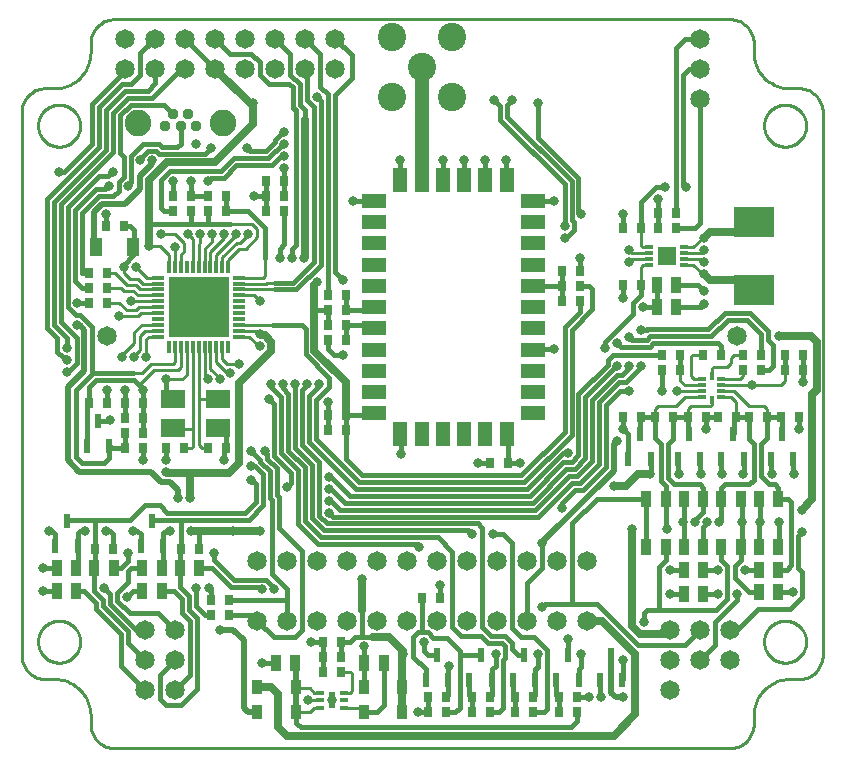
<source format=gbr>
G04 EAGLE Gerber RS-274X export*
G75*
%MOMM*%
%FSLAX34Y34*%
%LPD*%
%INTop Copper*%
%IPPOS*%
%AMOC8*
5,1,8,0,0,1.08239X$1,22.5*%
G01*
%ADD10C,2.400000*%
%ADD11R,0.762000X0.889000*%
%ADD12R,0.970000X1.470000*%
%ADD13C,1.650000*%
%ADD14C,0.958000*%
%ADD15C,2.250000*%
%ADD16R,0.910000X1.220000*%
%ADD17R,0.600000X1.300000*%
%ADD18R,0.600000X1.400000*%
%ADD19R,0.750000X0.300000*%
%ADD20R,0.300000X0.800000*%
%ADD21R,2.000000X1.200000*%
%ADD22R,1.200000X2.000000*%
%ADD23R,2.000000X1.500000*%
%ADD24R,1.000000X0.300000*%
%ADD25R,0.300000X1.000000*%
%ADD26R,5.100000X5.100000*%
%ADD27R,3.400000X2.600000*%
%ADD28R,1.500000X1.500000*%
%ADD29R,0.800000X0.300000*%
%ADD30R,1.100000X1.600000*%
%ADD31C,0.806400*%
%ADD32C,0.381000*%
%ADD33C,0.292100*%
%ADD34C,0.635000*%
%ADD35C,1.143000*%
%ADD36C,0.508000*%
%ADD37C,0.254000*%


D10*
X339090Y576580D03*
X364490Y601980D03*
X364490Y551180D03*
X313690Y551180D03*
X313690Y601980D03*
D11*
X87630Y292100D03*
X102870Y292100D03*
X259080Y269240D03*
X274320Y269240D03*
X472440Y403860D03*
X457200Y403860D03*
X222250Y480060D03*
X207010Y480060D03*
D12*
X215220Y72390D03*
X231820Y72390D03*
X290150Y72390D03*
X306750Y72390D03*
D11*
X255270Y77470D03*
X270510Y77470D03*
X255270Y90170D03*
X270510Y90170D03*
X255270Y64770D03*
X270510Y64770D03*
X661670Y320040D03*
X646430Y320040D03*
X87630Y279400D03*
X102870Y279400D03*
X509270Y280670D03*
X524510Y280670D03*
X535940Y280670D03*
X551180Y280670D03*
X563880Y280670D03*
X579120Y280670D03*
X121920Y254000D03*
X137160Y254000D03*
X172720Y254000D03*
X157480Y254000D03*
X143510Y467360D03*
X128270Y467360D03*
X57150Y377190D03*
X72390Y377190D03*
X72390Y292100D03*
X57150Y292100D03*
X102870Y254000D03*
X87630Y254000D03*
X259080Y281940D03*
X274320Y281940D03*
D13*
X113030Y600710D03*
X87630Y575310D03*
X87630Y600710D03*
X138430Y575310D03*
X138430Y600710D03*
X113030Y575310D03*
X189230Y575310D03*
X163830Y575310D03*
X265430Y600710D03*
X265430Y575310D03*
X240030Y575310D03*
X214630Y575310D03*
X240030Y600710D03*
X214630Y600710D03*
X189230Y600710D03*
X163830Y600710D03*
D14*
X134620Y527050D03*
X121620Y527050D03*
X128120Y537050D03*
X141120Y537050D03*
X147620Y527050D03*
D15*
X98870Y529250D03*
X170370Y529250D03*
D16*
X232250Y30480D03*
X199550Y30480D03*
X232250Y52070D03*
X199550Y52070D03*
X322420Y30480D03*
X289720Y30480D03*
X322420Y52070D03*
X289720Y52070D03*
D17*
X55270Y256200D03*
X74270Y256200D03*
X64770Y277200D03*
D18*
X262890Y40640D03*
D19*
X252640Y47140D03*
X252640Y40640D03*
X252640Y34140D03*
X273140Y34140D03*
X273140Y40640D03*
X273140Y47140D03*
X576450Y312300D03*
X576450Y307300D03*
X576450Y302300D03*
X576450Y297300D03*
X591950Y297300D03*
X591950Y302300D03*
X591950Y307300D03*
X591950Y312300D03*
D20*
X584200Y294800D03*
X584200Y314800D03*
D21*
X298260Y463380D03*
X298260Y445380D03*
X298260Y427380D03*
X298260Y409380D03*
X298260Y391380D03*
X298260Y373380D03*
X298260Y355380D03*
X298260Y337380D03*
X298260Y319380D03*
X298260Y301380D03*
X298260Y283380D03*
D22*
X320760Y265880D03*
X338760Y265880D03*
X356760Y265880D03*
X374760Y265880D03*
X392760Y265880D03*
X410760Y265880D03*
D21*
X433260Y283380D03*
X433260Y301380D03*
X433260Y319380D03*
X433260Y337380D03*
X433260Y355380D03*
X433260Y373380D03*
X433260Y391380D03*
X433260Y409380D03*
X433260Y427380D03*
X433260Y445380D03*
X433260Y463380D03*
D22*
X410760Y480880D03*
X392760Y480880D03*
X374760Y480880D03*
X356760Y480880D03*
X338760Y480880D03*
X320760Y480880D03*
D17*
X489610Y58080D03*
X508610Y58080D03*
X499110Y79080D03*
X452780Y58080D03*
X471780Y58080D03*
X462280Y79080D03*
X415950Y58080D03*
X434950Y58080D03*
X425450Y79080D03*
X379120Y58080D03*
X398120Y58080D03*
X388620Y79080D03*
D11*
X172720Y454660D03*
X157480Y454660D03*
X457200Y378460D03*
X472440Y378460D03*
X457200Y391160D03*
X472440Y391160D03*
X469900Y43180D03*
X454660Y43180D03*
X469900Y30480D03*
X454660Y30480D03*
X433070Y30480D03*
X417830Y30480D03*
X433070Y43180D03*
X417830Y43180D03*
X222250Y454660D03*
X207010Y454660D03*
X222250Y467360D03*
X207010Y467360D03*
X57150Y402590D03*
X72390Y402590D03*
X57150Y389890D03*
X72390Y389890D03*
X157480Y467360D03*
X172720Y467360D03*
X557530Y320040D03*
X542290Y320040D03*
X542290Y332740D03*
X557530Y332740D03*
X591820Y332740D03*
X576580Y332740D03*
X610870Y332740D03*
X626110Y332740D03*
X610870Y320040D03*
X626110Y320040D03*
X128270Y454660D03*
X143510Y454660D03*
X102870Y266700D03*
X87630Y266700D03*
X396240Y30480D03*
X381000Y30480D03*
X381000Y43180D03*
X396240Y43180D03*
X259080Y345440D03*
X274320Y345440D03*
X274320Y358140D03*
X259080Y358140D03*
X259080Y383540D03*
X274320Y383540D03*
X274320Y370840D03*
X259080Y370840D03*
X411480Y241300D03*
X396240Y241300D03*
D23*
X128320Y270710D03*
X166320Y270710D03*
X166320Y295710D03*
X128320Y295710D03*
D24*
X115860Y398380D03*
X115860Y393380D03*
X115860Y388380D03*
X115860Y383380D03*
X115860Y378380D03*
X115860Y373380D03*
X115860Y368380D03*
X115860Y363380D03*
X115860Y358380D03*
X115860Y353380D03*
X115860Y348380D03*
D25*
X124860Y339380D03*
X129860Y339380D03*
X134860Y339380D03*
X139860Y339380D03*
X144860Y339380D03*
X149860Y339380D03*
X154860Y339380D03*
X159860Y339380D03*
X164860Y339380D03*
X169860Y339380D03*
X174860Y339380D03*
D24*
X183860Y348380D03*
X183860Y353380D03*
X183860Y358380D03*
X183860Y363380D03*
X183860Y368380D03*
X183860Y373380D03*
X183860Y378380D03*
X183860Y383380D03*
X183860Y388380D03*
X183860Y393380D03*
X183860Y398380D03*
D25*
X174860Y407380D03*
X169860Y407380D03*
X164860Y407380D03*
X159860Y407380D03*
X154860Y407380D03*
X149860Y407380D03*
X144860Y407380D03*
X139860Y407380D03*
X134860Y407380D03*
X129860Y407380D03*
X124860Y407380D03*
D26*
X149860Y373380D03*
D17*
X342290Y58080D03*
X361290Y58080D03*
X351790Y79080D03*
D11*
X344170Y30480D03*
X359410Y30480D03*
X344170Y43180D03*
X359410Y43180D03*
X71120Y441960D03*
X86360Y441960D03*
D17*
X513740Y244770D03*
X532740Y244770D03*
X523240Y265770D03*
X555650Y244770D03*
X574650Y244770D03*
X565150Y265770D03*
X592480Y244770D03*
X611480Y244770D03*
X601980Y265770D03*
X634390Y244770D03*
X653390Y244770D03*
X643890Y265770D03*
D11*
X631190Y280670D03*
X615950Y280670D03*
D12*
X528910Y210820D03*
X545510Y210820D03*
X560660Y210820D03*
X577260Y210820D03*
X609010Y210820D03*
X592410Y210820D03*
X624160Y210820D03*
X640760Y210820D03*
D11*
X589280Y280670D03*
X604520Y280670D03*
X657860Y280670D03*
X642620Y280670D03*
X646430Y332740D03*
X661670Y332740D03*
D27*
X619760Y445560D03*
X619760Y387560D03*
D28*
X546100Y416560D03*
D29*
X531100Y424060D03*
X531100Y419060D03*
X531100Y414060D03*
X531100Y409060D03*
X561100Y409060D03*
X561100Y414060D03*
X561100Y419060D03*
X561100Y424060D03*
D12*
X537800Y373380D03*
X554400Y373380D03*
X537800Y392430D03*
X554400Y392430D03*
D11*
X509270Y440690D03*
X524510Y440690D03*
X509270Y392430D03*
X524510Y392430D03*
X538480Y440690D03*
X553720Y440690D03*
X538480Y453390D03*
X553720Y453390D03*
D13*
X574040Y600710D03*
X574040Y549910D03*
X574040Y575310D03*
D11*
X339090Y127000D03*
X354330Y127000D03*
D13*
X605790Y349250D03*
X72390Y349250D03*
D30*
X63240Y424180D03*
X94240Y424180D03*
D12*
X640760Y132080D03*
X624160Y132080D03*
D13*
X599440Y100330D03*
X599440Y74930D03*
D12*
X577260Y130810D03*
X560660Y130810D03*
D13*
X574040Y100330D03*
X574040Y74930D03*
D12*
X560660Y151130D03*
X577260Y151130D03*
X640760Y151130D03*
X624160Y151130D03*
X545510Y170180D03*
X528910Y170180D03*
X577260Y170180D03*
X560660Y170180D03*
X592410Y170180D03*
X609010Y170180D03*
X640760Y170180D03*
X624160Y170180D03*
D13*
X548640Y49530D03*
X548640Y100330D03*
X548640Y74930D03*
X478790Y107950D03*
X453390Y107950D03*
X427990Y107950D03*
X402590Y107950D03*
X377190Y107950D03*
X351790Y107950D03*
X478790Y158750D03*
X453390Y158750D03*
X427990Y158750D03*
X402590Y158750D03*
X377190Y158750D03*
X351790Y158750D03*
X326390Y107950D03*
X300990Y107950D03*
X275590Y107950D03*
X250190Y107950D03*
X224790Y107950D03*
X199390Y107950D03*
X326390Y158750D03*
X300990Y158750D03*
X275590Y158750D03*
X250190Y158750D03*
X224790Y158750D03*
X199390Y158750D03*
D12*
X150540Y152400D03*
X133940Y152400D03*
X118790Y152400D03*
X102190Y152400D03*
D17*
X100990Y171110D03*
X119990Y171110D03*
X110490Y192110D03*
D12*
X102190Y133350D03*
X118790Y133350D03*
D13*
X129540Y49530D03*
X129540Y100330D03*
X129540Y74930D03*
D12*
X78150Y152400D03*
X61550Y152400D03*
X29800Y133350D03*
X46400Y133350D03*
X46400Y152400D03*
X29800Y152400D03*
D17*
X28600Y171110D03*
X47600Y171110D03*
X38100Y192110D03*
D13*
X104140Y49530D03*
X104140Y100330D03*
X104140Y74930D03*
D11*
X149860Y168910D03*
X134620Y168910D03*
X77470Y168910D03*
X62230Y168910D03*
X160020Y125730D03*
X175260Y125730D03*
X160020Y113030D03*
X175260Y113030D03*
D31*
X121920Y312420D03*
X87630Y303530D03*
X121920Y243840D03*
X171450Y243840D03*
D32*
X121920Y243840D02*
X121920Y254000D01*
X171450Y252730D02*
X172720Y254000D01*
X171450Y252730D02*
X171450Y243840D01*
D31*
X102870Y243840D03*
D32*
X102870Y254000D01*
D31*
X72390Y303530D03*
D32*
X72390Y292100D01*
D31*
X74930Y278130D03*
D32*
X74000Y277200D02*
X64770Y277200D01*
X74000Y277200D02*
X74930Y278130D01*
X87630Y292100D02*
X87630Y303530D01*
X87630Y292100D02*
X87630Y279400D01*
D31*
X129540Y424180D03*
D33*
X129860Y423860D02*
X129860Y407380D01*
X129860Y423860D02*
X129540Y424180D01*
D31*
X191770Y435610D03*
D33*
X169860Y414970D02*
X169860Y407380D01*
D31*
X92710Y378460D03*
D33*
X92790Y378380D02*
X115860Y378380D01*
X92790Y378380D02*
X92710Y378460D01*
X139860Y339380D02*
X139860Y316390D01*
X135840Y312370D01*
D31*
X201930Y340360D03*
X280670Y463550D03*
X320040Y497840D03*
X356870Y497840D03*
X374650Y497840D03*
X392430Y497840D03*
X410210Y497840D03*
X450850Y463550D03*
X450850Y337820D03*
X321310Y248920D03*
D32*
X320760Y480880D02*
X320040Y481600D01*
X320040Y497840D01*
X298090Y463550D02*
X298260Y463380D01*
X298090Y463550D02*
X280670Y463550D01*
X356760Y480880D02*
X356760Y497730D01*
X356870Y497840D01*
X374760Y497730D02*
X374760Y480880D01*
X374760Y497730D02*
X374650Y497840D01*
X392430Y481210D02*
X392760Y480880D01*
X392430Y481210D02*
X392430Y497840D01*
X410210Y481430D02*
X410760Y480880D01*
X410210Y481430D02*
X410210Y497840D01*
X433430Y463550D02*
X433260Y463380D01*
X433430Y463550D02*
X450850Y463550D01*
X433700Y337820D02*
X433260Y337380D01*
X433700Y337820D02*
X450850Y337820D01*
X321310Y265330D02*
X320760Y265880D01*
X321310Y265330D02*
X321310Y248920D01*
D31*
X259080Y293370D03*
D32*
X259080Y281940D02*
X259080Y269240D01*
X259080Y281940D02*
X259080Y293370D01*
D31*
X46990Y377190D03*
D32*
X57150Y377190D01*
D31*
X386080Y241300D03*
D32*
X396240Y241300D01*
D31*
X203200Y72390D03*
D32*
X215220Y72390D01*
D31*
X71120Y452120D03*
D32*
X71120Y441960D01*
X255270Y90170D02*
X255270Y77470D01*
X255270Y64770D01*
X289720Y71960D02*
X289720Y52070D01*
X289720Y71960D02*
X290150Y72390D01*
D31*
X242570Y40640D03*
D33*
X252640Y40640D01*
D32*
X222250Y467360D02*
X222250Y480060D01*
D31*
X480060Y43180D03*
D32*
X469900Y43180D01*
D31*
X490220Y43180D03*
D32*
X489610Y43790D02*
X489610Y58080D01*
X489610Y43790D02*
X490220Y43180D01*
D31*
X245110Y90170D03*
D32*
X255270Y90170D01*
X157480Y467360D02*
X143510Y467360D01*
D31*
X472440Y415290D03*
D32*
X472440Y403860D01*
X579120Y280670D02*
X589280Y280670D01*
D31*
X556260Y232410D03*
X593090Y232410D03*
X635000Y232410D03*
D32*
X555650Y233020D02*
X555650Y244770D01*
X555650Y233020D02*
X556260Y232410D01*
X592480Y233020D02*
X592480Y244770D01*
X592480Y233020D02*
X593090Y232410D01*
X634390Y233020D02*
X634390Y244770D01*
X634390Y233020D02*
X635000Y232410D01*
X661670Y320040D02*
X661670Y332740D01*
D31*
X661670Y309880D03*
D32*
X661670Y320040D01*
D31*
X509270Y270510D03*
X657860Y270510D03*
D32*
X509270Y270510D02*
X509270Y280670D01*
X657860Y280670D02*
X657860Y270510D01*
D31*
X579120Y270510D03*
D32*
X579120Y280670D01*
D31*
X554990Y302260D03*
D33*
X555030Y302300D02*
X576450Y302300D01*
X555030Y302300D02*
X554990Y302260D01*
D31*
X289560Y86360D03*
D32*
X290150Y85770D02*
X290150Y72390D01*
X290150Y85770D02*
X289560Y86360D01*
X172720Y254000D02*
X172720Y264310D01*
X166320Y270710D01*
D31*
X143510Y480060D03*
D32*
X143510Y467360D01*
D33*
X169907Y415017D02*
X169860Y414970D01*
X169907Y415017D02*
X169907Y415672D01*
X185293Y427863D02*
X191770Y434340D01*
X185293Y427863D02*
X182098Y427863D01*
X169907Y415672D01*
X191770Y434340D02*
X191770Y435610D01*
X192640Y348380D02*
X183860Y348380D01*
X200660Y340360D02*
X201930Y340360D01*
X200660Y340360D02*
X192640Y348380D01*
X135840Y312370D02*
X121970Y312370D01*
X121920Y312420D01*
D32*
X121920Y302110D01*
X128320Y295710D01*
X344170Y43180D02*
X344170Y30480D01*
D31*
X335280Y30480D03*
D32*
X344170Y30480D01*
D31*
X340360Y90170D03*
D32*
X343830Y79080D02*
X351790Y79080D01*
X340360Y82550D02*
X340360Y90170D01*
X340360Y82550D02*
X343830Y79080D01*
D31*
X514350Y421640D03*
X514350Y411480D03*
D33*
X516930Y419060D02*
X531100Y419060D01*
X516930Y419060D02*
X514350Y421640D01*
X516930Y414060D02*
X531100Y414060D01*
X516930Y414060D02*
X514350Y411480D01*
D32*
X537800Y392430D02*
X537800Y373380D01*
D31*
X509270Y381000D03*
X525780Y373380D03*
D32*
X509270Y381000D02*
X509270Y392430D01*
X525780Y373380D02*
X537800Y373380D01*
D31*
X538480Y464820D03*
D32*
X538480Y453390D02*
X538480Y440690D01*
X538480Y453390D02*
X538480Y464820D01*
D31*
X149860Y373380D03*
X262890Y40640D03*
X546100Y416560D03*
X641350Y191770D03*
D32*
X641350Y170770D02*
X640760Y170180D01*
X641350Y170770D02*
X641350Y191770D01*
X513740Y244770D02*
X513740Y266040D01*
X509270Y270510D01*
D31*
X580390Y191770D03*
D32*
X577260Y187530D02*
X577260Y170180D01*
X580390Y190660D02*
X580390Y191770D01*
X580390Y190660D02*
X577260Y187530D01*
D31*
X222250Y491490D03*
D32*
X222250Y480060D01*
D31*
X17780Y133350D03*
D32*
X29800Y133350D01*
D31*
X88900Y128270D03*
D32*
X93980Y133350D02*
X102190Y133350D01*
X93980Y133350D02*
X88900Y128270D01*
D31*
X158750Y135890D03*
D32*
X160020Y134620D01*
X160020Y125730D01*
D31*
X93980Y184150D03*
D32*
X100990Y180950D02*
X100990Y171110D01*
X97790Y184150D02*
X93980Y184150D01*
X97790Y184150D02*
X100990Y180950D01*
D31*
X22860Y184150D03*
D32*
X28600Y180950D02*
X28600Y171110D01*
X25400Y184150D02*
X22860Y184150D01*
X25400Y184150D02*
X28600Y180950D01*
D31*
X147320Y511810D03*
D32*
X457200Y391160D02*
X457200Y378460D01*
X433480Y391160D02*
X433260Y391380D01*
X433480Y391160D02*
X457200Y391160D01*
X457200Y403860D01*
X57150Y292100D02*
X55270Y290220D01*
X55270Y256200D01*
X102870Y279400D02*
X102870Y292100D01*
X102870Y279400D02*
X102870Y266700D01*
D33*
X134860Y322820D02*
X134860Y339380D01*
X134860Y322820D02*
X132080Y320040D01*
D32*
X270510Y90170D02*
X270510Y77470D01*
D34*
X322420Y52070D02*
X322420Y30480D01*
D32*
X398120Y45060D02*
X398120Y58080D01*
X398120Y45060D02*
X396240Y43180D01*
D31*
X401320Y80010D03*
D32*
X398120Y66650D02*
X398120Y58080D01*
X401320Y69850D02*
X401320Y80010D01*
X401320Y69850D02*
X398120Y66650D01*
D31*
X322580Y80010D03*
D34*
X322420Y79850D02*
X322420Y52070D01*
X322420Y79850D02*
X322580Y80010D01*
D31*
X462280Y92710D03*
D32*
X462280Y79080D01*
X57150Y292100D02*
X57150Y306070D01*
X62579Y311499D01*
D31*
X102870Y303530D03*
D32*
X102870Y292100D01*
X99060Y307340D02*
X94901Y311499D01*
X99060Y307340D02*
X102870Y303530D01*
X94901Y311499D02*
X62579Y311499D01*
D33*
X111760Y320040D02*
X132080Y320040D01*
X111760Y320040D02*
X99060Y307340D01*
D31*
X121920Y233680D03*
X201930Y350520D03*
D33*
X199070Y353380D02*
X183860Y353380D01*
X199070Y353380D02*
X201930Y350520D01*
D32*
X163830Y575310D02*
X138430Y600710D01*
D31*
X107950Y425450D03*
D33*
X124860Y417430D02*
X124860Y407380D01*
X124860Y417430D02*
X116840Y425450D01*
X107950Y425450D01*
X174860Y413620D02*
X174860Y407380D01*
X174860Y413620D02*
X184150Y422910D01*
D32*
X176181Y443579D02*
X157480Y443579D01*
X143510Y443579D01*
X157480Y443579D02*
X157480Y454660D01*
X143510Y454660D02*
X143510Y443579D01*
D31*
X532130Y232410D03*
X575310Y232410D03*
X610870Y232410D03*
X654050Y232410D03*
D32*
X532740Y233020D02*
X532740Y244770D01*
X532740Y233020D02*
X532130Y232410D01*
X574650Y233070D02*
X574650Y244770D01*
X574650Y233070D02*
X575310Y232410D01*
X611480Y233020D02*
X611480Y244770D01*
X611480Y233020D02*
X610870Y232410D01*
X653390Y233070D02*
X653390Y244770D01*
X653390Y233070D02*
X654050Y232410D01*
D33*
X646430Y311150D02*
X646430Y320040D01*
X646430Y311150D02*
X642580Y307300D01*
D32*
X646430Y320040D02*
X646430Y332740D01*
D31*
X618490Y307340D03*
D33*
X591990Y307340D02*
X591950Y307300D01*
X591990Y307340D02*
X618490Y307340D01*
X642540Y307340D02*
X642580Y307300D01*
X642540Y307340D02*
X618490Y307340D01*
D31*
X542290Y302260D03*
D32*
X542290Y320040D01*
D31*
X501650Y222250D03*
X288290Y143510D03*
D34*
X107950Y481228D02*
X122784Y496062D01*
X107950Y445770D02*
X107950Y425450D01*
X107950Y445770D02*
X107950Y481228D01*
X122784Y496062D02*
X163322Y496062D01*
X195580Y528320D01*
D32*
X110141Y443579D02*
X107950Y445770D01*
X110141Y443579D02*
X143510Y443579D01*
D31*
X195580Y546100D03*
D34*
X193040Y546100D01*
D33*
X189711Y422910D02*
X184150Y422910D01*
X189711Y422910D02*
X199390Y432589D01*
X199390Y439420D01*
X195231Y443579D01*
X176181Y443579D01*
D31*
X577850Y431800D03*
D33*
X568840Y424060D02*
X561100Y424060D01*
X576580Y431800D02*
X577850Y431800D01*
X576580Y431800D02*
X568840Y424060D01*
D31*
X577850Y375920D03*
D32*
X575310Y373380D01*
X554400Y373380D01*
D34*
X532130Y232410D02*
X521970Y232410D01*
X511810Y222250D01*
X501650Y222250D01*
X577850Y431800D02*
X582720Y436670D01*
X610870Y436670D02*
X619760Y445560D01*
X610870Y436670D02*
X582720Y436670D01*
X322580Y82550D02*
X322580Y80010D01*
X311150Y93980D02*
X297180Y93980D01*
X311150Y93980D02*
X322580Y82550D01*
D32*
X282289Y94329D02*
X278130Y90170D01*
X270510Y90170D01*
X296831Y94329D02*
X297180Y93980D01*
X296831Y94329D02*
X288290Y94329D01*
X282289Y94329D01*
X288290Y94329D02*
X288290Y116840D01*
D34*
X288290Y143510D01*
X195580Y528320D02*
X195580Y546100D01*
X193040Y546100D02*
X163830Y575310D01*
X121920Y233680D02*
X122777Y232823D01*
X202851Y349599D02*
X201930Y350520D01*
X202851Y349599D02*
X205757Y349599D01*
X211169Y344187D01*
X211169Y336533D01*
X184150Y309514D01*
X184150Y241300D01*
D32*
X47600Y171110D02*
X47600Y153600D01*
X46400Y152400D01*
X119990Y153600D02*
X119990Y171110D01*
X119990Y153600D02*
X118790Y152400D01*
D31*
X53340Y184150D03*
D32*
X47600Y182220D02*
X47600Y171110D01*
X49530Y184150D02*
X53340Y184150D01*
X49530Y184150D02*
X47600Y182220D01*
D31*
X71120Y184150D03*
D32*
X74930Y184150D01*
X77470Y181610D02*
X77470Y168910D01*
X77470Y181610D02*
X74930Y184150D01*
D31*
X125730Y184150D03*
D32*
X119990Y182220D02*
X119990Y171110D01*
X121920Y184150D02*
X125730Y184150D01*
X121920Y184150D02*
X119990Y182220D01*
D31*
X143510Y184150D03*
D34*
X175673Y232823D02*
X184150Y241300D01*
X175673Y232823D02*
X142240Y232823D01*
D31*
X147320Y135890D03*
D34*
X142240Y232823D02*
X122777Y232823D01*
D32*
X154940Y113030D02*
X160020Y113030D01*
X154940Y113030D02*
X147320Y120650D01*
X147320Y135890D01*
D31*
X142240Y212090D03*
X179070Y184150D03*
X201930Y184150D03*
D34*
X179070Y184150D01*
X149860Y184150D01*
X143510Y184150D01*
D32*
X149860Y184150D02*
X149860Y168910D01*
D34*
X142240Y212090D02*
X142240Y232823D01*
D35*
X338760Y480880D02*
X338760Y564820D01*
X339090Y576580D01*
D31*
X105410Y331470D03*
D33*
X107561Y348380D02*
X115860Y348380D01*
D31*
X260350Y199390D03*
D32*
X263652Y196088D02*
X437429Y196088D01*
X263652Y196088D02*
X260350Y199390D01*
D31*
X524510Y323850D03*
X524510Y354330D03*
D32*
X632460Y320040D02*
X636270Y323850D01*
X632460Y320040D02*
X626110Y320040D01*
X473001Y224695D02*
X466036Y224695D01*
X437429Y196088D01*
X473001Y224695D02*
X488950Y240644D01*
X636270Y323850D02*
X636270Y341630D01*
X488950Y292701D02*
X488950Y240644D01*
X488950Y292701D02*
X506129Y309880D01*
X511810Y309880D01*
X524510Y322580D02*
X524510Y323850D01*
X524510Y322580D02*
X511810Y309880D01*
D33*
X107561Y348380D02*
X105410Y346229D01*
X105410Y331470D01*
D32*
X631952Y345948D02*
X636270Y341630D01*
X631952Y345948D02*
X631952Y352940D01*
X616343Y368549D01*
X595237Y368549D02*
X581272Y354584D01*
X595237Y368549D02*
X616343Y368549D01*
X581272Y354584D02*
X529830Y354584D01*
X529576Y354330D01*
X524510Y354330D01*
X138430Y575310D02*
X134620Y575310D01*
X110097Y550787D01*
X89949Y550787D02*
X77333Y538171D01*
X89949Y550787D02*
X110097Y550787D01*
X77333Y538171D02*
X77333Y504446D01*
D31*
X38100Y318770D03*
D32*
X33179Y382911D02*
X33274Y383006D01*
X33274Y460387D01*
X77333Y504446D01*
X33179Y382911D02*
X33179Y360681D01*
X46736Y347124D01*
X46736Y326296D02*
X39210Y318770D01*
X38100Y318770D01*
X46736Y326296D02*
X46736Y347124D01*
D31*
X95250Y331470D03*
X260350Y209550D03*
D32*
X261620Y209550D02*
X269240Y201930D01*
X261620Y209550D02*
X260350Y209550D01*
D31*
X514350Y323850D03*
X514350Y347980D03*
D32*
X516636Y345694D01*
X529202Y345694D01*
X435009Y201930D02*
X269240Y201930D01*
X463616Y230537D02*
X470581Y230537D01*
X483108Y243064D01*
X463616Y230537D02*
X435009Y201930D01*
X483108Y243064D02*
X483108Y295121D01*
X503869Y315881D01*
X508279Y315881D01*
X514350Y321952D02*
X514350Y323850D01*
X514350Y321952D02*
X508279Y315881D01*
X529202Y345694D02*
X532250Y348742D01*
X583692Y348742D01*
X597657Y362707D02*
X613923Y362707D01*
X597657Y362707D02*
X583692Y348742D01*
X613923Y362707D02*
X626110Y350520D01*
X626110Y332740D01*
X85109Y562471D02*
X65649Y543011D01*
X112857Y600710D02*
X113030Y600710D01*
X112857Y600710D02*
X100335Y588189D01*
X100335Y570062D02*
X92745Y562471D01*
X100335Y570062D02*
X100335Y588189D01*
X92745Y562471D02*
X85109Y562471D01*
X65649Y543011D02*
X65649Y509286D01*
D31*
X38100Y328930D03*
D32*
X21495Y355841D02*
X21495Y465132D01*
X30131Y335789D02*
X34799Y331121D01*
X35909Y331121D01*
X38100Y328930D01*
X30131Y335789D02*
X30131Y347205D01*
X21495Y355841D01*
X21495Y465132D02*
X65649Y509286D01*
D33*
X104460Y353380D02*
X115860Y353380D01*
X104460Y353380D02*
X100457Y349377D01*
X100457Y337158D02*
X95250Y331951D01*
X95250Y331470D01*
X100457Y337158D02*
X100457Y349377D01*
X144860Y339380D02*
X144860Y270510D01*
X144860Y255350D01*
X143510Y254000D01*
X137160Y254000D01*
X128520Y270510D02*
X128320Y270710D01*
X128520Y270510D02*
X144860Y270510D01*
X149860Y295910D02*
X149860Y339380D01*
X149860Y295910D02*
X149860Y256540D01*
X152400Y254000D02*
X157480Y254000D01*
X152400Y254000D02*
X149860Y256540D01*
X166320Y295710D02*
X166120Y295910D01*
X149860Y295910D01*
D32*
X472440Y391160D02*
X480060Y391160D01*
X482600Y388620D02*
X482600Y371468D01*
X465582Y354450D01*
X465582Y265550D02*
X425330Y225298D01*
X465582Y265550D02*
X465582Y354450D01*
X425330Y225298D02*
X285242Y225298D01*
X480060Y391160D02*
X482600Y388620D01*
X285242Y225298D02*
X248920Y261620D01*
D33*
X213120Y358380D02*
X183860Y358380D01*
D32*
X248920Y294640D02*
X248920Y261620D01*
X248920Y294640D02*
X260350Y306070D01*
X260350Y313792D01*
X240538Y333604D01*
X240538Y355092D01*
X237250Y358380D02*
X213120Y358380D01*
X237250Y358380D02*
X240538Y355092D01*
D33*
X591950Y312300D02*
X608210Y312300D01*
X610870Y314960D02*
X610870Y320040D01*
X610870Y314960D02*
X608210Y312300D01*
X584200Y314800D02*
X584200Y321310D01*
X585470Y322580D01*
X596900Y322580D01*
X600710Y326390D01*
X600710Y330200D01*
X603250Y332740D01*
X610870Y332740D01*
D32*
X535940Y280670D02*
X524510Y280670D01*
X523240Y279400D01*
X523240Y265770D01*
X535940Y262890D02*
X535940Y280670D01*
X535940Y262890D02*
X541093Y257737D01*
D33*
X561460Y297300D02*
X576450Y297300D01*
X535940Y287020D02*
X535940Y280670D01*
X553720Y289560D02*
X561460Y297300D01*
X553720Y289560D02*
X538480Y289560D01*
X535940Y287020D01*
D31*
X546100Y185420D03*
D32*
X545510Y186010D02*
X545510Y210820D01*
X545510Y186010D02*
X546100Y185420D01*
X541093Y226615D02*
X541093Y257737D01*
X545510Y222198D02*
X545510Y210820D01*
X545510Y222198D02*
X541093Y226615D01*
D31*
X548640Y151130D03*
D32*
X560660Y151130D01*
X563880Y280670D02*
X551180Y280670D01*
X563880Y280670D02*
X563880Y267040D01*
X565150Y265770D01*
D33*
X584200Y290830D02*
X584200Y294800D01*
X584200Y290830D02*
X582930Y289560D01*
X566420Y289560D01*
X563880Y287020D02*
X563880Y280670D01*
X563880Y287020D02*
X566420Y289560D01*
D32*
X551180Y280670D02*
X551180Y261620D01*
X546935Y257375D01*
X546935Y229035D02*
X552450Y223520D01*
X546935Y229035D02*
X546935Y257375D01*
X552450Y223520D02*
X574040Y223520D01*
X577260Y220300D02*
X577260Y210820D01*
X577260Y220300D02*
X574040Y223520D01*
D31*
X570230Y191770D03*
D32*
X577260Y200070D02*
X577260Y210820D01*
X577260Y200070D02*
X570230Y193040D01*
X570230Y191770D01*
D31*
X589280Y151130D03*
D32*
X577260Y151130D01*
D33*
X576450Y312300D02*
X569080Y312300D01*
X566420Y314960D01*
X566420Y331470D01*
X567690Y332740D02*
X576580Y332740D01*
X567690Y332740D02*
X566420Y331470D01*
X561380Y307300D02*
X576450Y307300D01*
X557530Y311150D02*
X557530Y320040D01*
X557530Y311150D02*
X561380Y307300D01*
D32*
X557530Y320040D02*
X557530Y332740D01*
D31*
X560070Y191770D03*
D32*
X560660Y192360D02*
X560660Y210820D01*
X560660Y192360D02*
X560070Y191770D01*
X560660Y191180D02*
X560660Y170180D01*
X560660Y191180D02*
X560070Y191770D01*
D31*
X548640Y130810D03*
D32*
X560660Y130810D01*
D36*
X232250Y52070D02*
X232250Y30480D01*
X232250Y71960D02*
X231820Y72390D01*
X232250Y71960D02*
X232250Y52070D01*
D33*
X247500Y47140D02*
X252640Y47140D01*
X247500Y47140D02*
X243840Y50800D01*
X233520Y50800D01*
X232250Y52070D01*
X247500Y34140D02*
X252640Y34140D01*
X247500Y34140D02*
X243840Y30480D01*
X232250Y30480D01*
D32*
X469900Y30480D02*
X469900Y22860D01*
X232250Y21750D02*
X232250Y30480D01*
X232250Y21750D02*
X236220Y17780D01*
X464820Y17780D02*
X469900Y22860D01*
X464820Y17780D02*
X236220Y17780D01*
D33*
X273140Y34140D02*
X286060Y34140D01*
X289720Y30480D01*
D32*
X306750Y36240D02*
X306750Y72390D01*
X300990Y30480D02*
X289720Y30480D01*
X300990Y30480D02*
X306750Y36240D01*
X83175Y535751D02*
X92369Y544945D01*
X120225Y544945D02*
X128120Y537050D01*
X120225Y544945D02*
X92369Y544945D01*
X57150Y402590D02*
X50800Y402590D01*
X77597Y467487D02*
X82201Y472091D01*
X82201Y479551D01*
X65159Y467487D02*
X50800Y453128D01*
X65159Y467487D02*
X77597Y467487D01*
X50800Y453128D02*
X50800Y402590D01*
X82201Y479551D02*
X82201Y479711D01*
X86519Y484029D01*
X86519Y500355D02*
X83175Y503699D01*
X83175Y535751D01*
X86519Y500355D02*
X86519Y484029D01*
X57150Y389890D02*
X50800Y389890D01*
X44958Y395732D01*
X134620Y511810D02*
X134620Y527050D01*
X134620Y511810D02*
X131826Y509016D01*
X118846Y509016D02*
X116211Y511651D01*
X102871Y511651D01*
X118846Y509016D02*
X131826Y509016D01*
X102871Y511651D02*
X92361Y501141D01*
D31*
X90170Y476250D03*
D32*
X90170Y477402D02*
X92361Y479593D01*
X90170Y477402D02*
X90170Y476250D01*
X92361Y479593D02*
X92361Y501141D01*
D31*
X73660Y476250D03*
D32*
X70739Y473329D01*
X62739Y473329D01*
X44958Y455548D02*
X44958Y395732D01*
X44958Y455548D02*
X62739Y473329D01*
D33*
X100570Y388380D02*
X115860Y388380D01*
X100570Y388380D02*
X96520Y392430D01*
X88900Y392430D01*
X78740Y402590D02*
X72390Y402590D01*
X85090Y396240D02*
X88900Y392430D01*
X85090Y396240D02*
X78740Y402590D01*
X98431Y383380D02*
X115860Y383380D01*
X98431Y383380D02*
X94334Y387477D01*
X86848Y387477D01*
X84435Y389890D01*
X72390Y389890D01*
D31*
X85090Y331470D03*
X260350Y219710D03*
D32*
X273558Y207772D02*
X432590Y207772D01*
X273558Y207772D02*
X261620Y219710D01*
X260350Y219710D01*
X477266Y245484D02*
X477266Y297540D01*
D31*
X504190Y323850D03*
D32*
X503576Y323850D01*
X477266Y297540D01*
D31*
X504190Y342900D03*
D32*
X591820Y340360D02*
X591820Y332740D01*
X591820Y340360D02*
X589280Y342900D01*
X534670Y342900D01*
X531622Y339852D01*
X507238Y339852D02*
X504190Y342900D01*
X507238Y339852D02*
X531622Y339852D01*
X461197Y236379D02*
X432590Y207772D01*
X468161Y236379D02*
X477266Y245484D01*
X468161Y236379D02*
X461197Y236379D01*
X87529Y556629D02*
X71491Y540591D01*
X87529Y556629D02*
X106680Y556629D01*
X113030Y562979D01*
X113030Y575310D01*
X71491Y540591D02*
X71491Y506866D01*
D31*
X38100Y339090D03*
D32*
X27337Y462712D02*
X71491Y506866D01*
X27337Y462712D02*
X27337Y358261D01*
X38100Y347498D02*
X38100Y339090D01*
X38100Y347498D02*
X27337Y358261D01*
D33*
X101840Y358380D02*
X115860Y358380D01*
X101840Y358380D02*
X95504Y352044D01*
X95504Y342900D01*
X85090Y332486D01*
X85090Y331470D01*
D32*
X381000Y43180D02*
X381000Y30480D01*
X379120Y45060D02*
X379120Y58080D01*
X379120Y45060D02*
X381000Y43180D01*
D33*
X134860Y407380D02*
X134860Y418070D01*
X137160Y420370D01*
X137160Y427990D01*
D31*
X118110Y435610D03*
D33*
X129540Y435610D01*
X137160Y427990D01*
D31*
X128270Y480060D03*
D32*
X128270Y467360D01*
D33*
X115860Y368380D02*
X101065Y368380D01*
D31*
X82550Y365760D03*
X86360Y407670D03*
D33*
X101065Y368380D02*
X98572Y365887D01*
X82677Y365887D01*
X82550Y365760D01*
X102575Y393380D02*
X115860Y393380D01*
D36*
X94660Y423760D02*
X94240Y424180D01*
D33*
X98445Y397510D02*
X102575Y393380D01*
X98445Y397510D02*
X91440Y397510D01*
X86360Y402590D01*
X86360Y407670D01*
D32*
X86360Y408940D01*
X94660Y417240D02*
X94660Y423760D01*
X94660Y417240D02*
X86360Y408940D01*
D31*
X46990Y358140D03*
D32*
X86360Y441960D02*
X91908Y441960D01*
X94849Y439019D01*
X94849Y424789D01*
X94240Y424180D01*
D36*
X49100Y358140D02*
X46990Y358140D01*
X49100Y358140D02*
X53213Y354027D01*
X53213Y319555D01*
X39243Y305585D01*
X39243Y243697D02*
X48974Y233966D01*
X39243Y243697D02*
X39243Y305585D01*
X109466Y233966D02*
X118356Y225076D01*
X109466Y233966D02*
X48974Y233966D01*
D31*
X167640Y100330D03*
D36*
X191770Y30480D02*
X199550Y30480D01*
X179070Y100330D02*
X167640Y100330D01*
X187960Y34290D02*
X191770Y30480D01*
X187960Y34290D02*
X187960Y91440D01*
X179070Y100330D01*
D31*
X132080Y212090D03*
D36*
X125730Y225076D02*
X118356Y225076D01*
X125730Y225076D02*
X132080Y218726D01*
X132080Y212090D01*
D34*
X199550Y52070D02*
X210820Y52070D01*
X217170Y17780D02*
X224282Y10668D01*
X217170Y45720D02*
X210820Y52070D01*
X217170Y45720D02*
X217170Y17780D01*
X501254Y10668D02*
X519430Y28844D01*
X501254Y10668D02*
X224282Y10668D01*
X478790Y107950D02*
X491490Y107950D01*
X519430Y80010D02*
X519430Y28844D01*
X519430Y80010D02*
X491490Y107950D01*
D33*
X115860Y373380D02*
X99060Y373380D01*
X96520Y370840D01*
X88900Y370840D01*
X82550Y377190D01*
X72390Y377190D01*
D31*
X181610Y435610D03*
D32*
X207010Y454660D02*
X207010Y467360D01*
X207010Y480060D01*
D33*
X164860Y416320D02*
X164860Y407380D01*
X181610Y434379D02*
X181610Y435610D01*
X164907Y416367D02*
X164860Y416320D01*
X164907Y417676D02*
X181610Y434379D01*
X164907Y417676D02*
X164907Y416367D01*
D31*
X196850Y467360D03*
D32*
X207010Y467360D01*
D31*
X161290Y435610D03*
X220980Y308610D03*
D32*
X220980Y304800D02*
X225552Y300228D01*
X220980Y304800D02*
X220980Y308610D01*
X253384Y178562D02*
X352138Y178562D01*
D33*
X154860Y407380D02*
X154860Y422830D01*
X161290Y429260D02*
X161290Y435610D01*
X161290Y429260D02*
X154860Y422830D01*
D32*
X396240Y30480D02*
X403860Y30480D01*
X407162Y33782D01*
X407162Y74582D01*
X409289Y76709D01*
X371932Y95255D02*
X364495Y102692D01*
X406515Y89413D02*
X409289Y86639D01*
X406515Y89413D02*
X394912Y89413D01*
X389070Y95255D02*
X371932Y95255D01*
X409289Y86639D02*
X409289Y76709D01*
X394912Y89413D02*
X389070Y95255D01*
X364495Y166205D02*
X352138Y178562D01*
X225552Y251941D02*
X225552Y300228D01*
X225552Y251941D02*
X239776Y237717D01*
X239776Y192170D02*
X253384Y178562D01*
X239776Y192170D02*
X239776Y237717D01*
X364495Y166205D02*
X364495Y102692D01*
D31*
X171450Y435610D03*
X231140Y308610D03*
D32*
X433070Y30480D02*
X441960Y30480D01*
X444500Y33020D01*
D31*
X398780Y181610D03*
X381000Y181610D03*
D32*
X378206Y184404D01*
X255804Y184404D01*
D33*
X159860Y407380D02*
X159860Y420210D01*
X171450Y431800D02*
X171450Y435610D01*
X171450Y431800D02*
X159860Y420210D01*
D32*
X444849Y76709D02*
X444500Y76360D01*
X444500Y33020D01*
X444849Y76709D02*
X444849Y83311D01*
X434180Y93980D01*
X422737Y93980D01*
X415290Y101427D01*
X407670Y181610D02*
X398780Y181610D01*
X415290Y173990D02*
X415290Y101427D01*
X415290Y173990D02*
X407670Y181610D01*
X231394Y308356D02*
X231140Y308610D01*
X231394Y308356D02*
X231394Y254360D01*
X245618Y240136D02*
X245618Y194590D01*
X255804Y184404D01*
X245618Y240136D02*
X231394Y254360D01*
X434950Y58080D02*
X434950Y45060D01*
X433070Y43180D01*
D31*
X509270Y74930D03*
X473710Y80010D03*
X436880Y80010D03*
D32*
X434950Y66650D02*
X434950Y58080D01*
X434950Y66650D02*
X436880Y68580D01*
X436880Y80010D01*
X471780Y66650D02*
X471780Y58080D01*
X471780Y66650D02*
X473710Y68580D01*
X473710Y80010D01*
X509270Y74930D02*
X509270Y58740D01*
X508610Y58080D01*
D31*
X218440Y415290D03*
D32*
X222250Y426560D02*
X222250Y454660D01*
X222250Y426560D02*
X218440Y422750D01*
X218440Y415290D01*
D31*
X241300Y308610D03*
D32*
X241300Y307500D01*
X237236Y303436D01*
X258224Y190246D02*
X386174Y190246D01*
X420030Y79080D02*
X425450Y79080D01*
X415290Y83820D02*
X415290Y88900D01*
X415290Y83820D02*
X420030Y79080D01*
X415290Y88900D02*
X408935Y95255D01*
X397332Y95255D02*
X389895Y102692D01*
X397332Y95255D02*
X408935Y95255D01*
X389895Y186525D02*
X386174Y190246D01*
X389895Y186525D02*
X389895Y102692D01*
X237236Y256780D02*
X237236Y303436D01*
X251460Y197010D02*
X258224Y190246D01*
X251460Y242556D02*
X237236Y256780D01*
X251460Y242556D02*
X251460Y197010D01*
X415950Y58080D02*
X415950Y45060D01*
X417830Y43180D01*
X417830Y30480D01*
X452780Y45060D02*
X452780Y58080D01*
X452780Y45060D02*
X454660Y43180D01*
X454660Y30480D01*
D33*
X278280Y47140D02*
X273140Y47140D01*
X278280Y47140D02*
X279400Y48260D01*
X279400Y63500D01*
X278130Y64770D01*
X270510Y64770D01*
D32*
X128270Y454660D02*
X120650Y454660D01*
X118110Y457200D01*
X118110Y481330D01*
D31*
X222250Y511810D03*
D32*
X125730Y488950D02*
X118110Y481330D01*
X125730Y488950D02*
X168750Y488950D01*
X179418Y499618D01*
X208948Y499618D02*
X221140Y511810D01*
X222250Y511810D01*
X208948Y499618D02*
X179418Y499618D01*
D31*
X459740Y441960D03*
X400050Y548640D03*
D32*
X405130Y543560D02*
X405130Y532130D01*
X405130Y543560D02*
X400050Y548640D01*
X405130Y532130D02*
X459740Y477520D01*
X459740Y441960D01*
X274320Y358140D02*
X274320Y345440D01*
X274320Y358140D02*
X295500Y358140D01*
X298260Y355380D01*
X274320Y370840D02*
X274320Y383540D01*
X274320Y370840D02*
X295720Y370840D01*
X298260Y373380D01*
X274320Y281940D02*
X274320Y269240D01*
X274320Y281940D02*
X296820Y281940D01*
X298260Y283380D01*
X259080Y358140D02*
X259080Y370840D01*
D31*
X238760Y415290D03*
X250190Y394970D03*
D32*
X227335Y588005D02*
X214630Y600710D01*
X227335Y570052D02*
X235458Y561929D01*
X227335Y570052D02*
X227335Y588005D01*
X235458Y561929D02*
X235458Y544950D01*
X472440Y378460D02*
X472440Y369570D01*
X274320Y269240D02*
X274320Y245110D01*
X459740Y356870D02*
X472440Y369570D01*
X459740Y356870D02*
X459740Y267970D01*
X422910Y231140D01*
X288290Y231140D01*
X274320Y245110D01*
X240030Y540378D02*
X235458Y544950D01*
X240030Y540378D02*
X240030Y532130D01*
D34*
X240030Y416560D02*
X238760Y415290D01*
X240030Y416560D02*
X240030Y532130D01*
X250190Y394970D02*
X247650Y392430D01*
X274320Y309880D02*
X274320Y281940D01*
X247650Y370840D02*
X247650Y392430D01*
X247650Y370840D02*
X247650Y336550D01*
X274320Y309880D01*
D32*
X259080Y370840D02*
X247650Y370840D01*
X252730Y560070D02*
X252730Y588010D01*
X240030Y600710D01*
X252730Y560070D02*
X259080Y553720D01*
X259080Y383540D01*
D31*
X271780Y332740D03*
X271780Y396240D03*
D32*
X279400Y567690D02*
X279400Y586740D01*
X265430Y600710D01*
X279400Y567690D02*
X264922Y553212D01*
X259080Y337820D02*
X264160Y332740D01*
X259080Y337820D02*
X259080Y345440D01*
X264160Y332740D02*
X271780Y332740D01*
X264922Y403098D02*
X264922Y553212D01*
X264922Y403098D02*
X271780Y396240D01*
X172720Y454660D02*
X172720Y467360D01*
D33*
X183860Y398380D02*
X204070Y398380D01*
X205740Y400050D02*
X205740Y415290D01*
X205740Y400050D02*
X204070Y398380D01*
D32*
X205740Y440703D02*
X191783Y454660D01*
X205740Y440703D02*
X205740Y415290D01*
X191783Y454660D02*
X172720Y454660D01*
X411480Y265160D02*
X411480Y241300D01*
X411480Y265160D02*
X410760Y265880D01*
X176530Y588010D02*
X163830Y600710D01*
X194484Y588010D02*
X201935Y580559D01*
X201935Y570052D01*
X194484Y588010D02*
X176530Y588010D01*
D31*
X228600Y415290D03*
X251460Y308610D03*
D32*
X282822Y219456D02*
X427750Y219456D01*
X282822Y219456D02*
X243078Y259200D01*
D31*
X421640Y241300D03*
D32*
X411480Y241300D01*
D31*
X462280Y250190D03*
D32*
X458484Y250190D01*
X427750Y219456D01*
X231902Y540085D02*
X229616Y542371D01*
X229616Y559509D01*
X209372Y562615D02*
X201935Y570052D01*
X209372Y562615D02*
X226510Y562615D01*
X229616Y559509D01*
X231902Y540085D02*
X231902Y426212D01*
X228600Y422910D01*
X228600Y415290D01*
X243078Y298570D02*
X243078Y259200D01*
X251460Y306952D02*
X251460Y308610D01*
X251460Y306952D02*
X243078Y298570D01*
D31*
X201930Y378460D03*
D33*
X197010Y383380D02*
X183860Y383380D01*
X197010Y383380D02*
X201930Y378460D01*
D31*
X222250Y501650D03*
X157480Y480060D03*
D32*
X160528Y483108D01*
X171170Y483108D01*
X181838Y493776D02*
X212010Y493776D01*
X181838Y493776D02*
X171170Y483108D01*
X219884Y501650D02*
X222250Y501650D01*
X219884Y501650D02*
X212010Y493776D01*
D31*
X459740Y431800D03*
X415290Y548640D03*
D32*
X410972Y544322D01*
X410972Y534550D01*
X467709Y438659D02*
X460850Y431800D01*
X459740Y431800D01*
X467709Y438659D02*
X467709Y445261D01*
X465582Y447388D01*
X465582Y479940D01*
X410972Y534550D01*
X76470Y254000D02*
X74270Y256200D01*
X76470Y254000D02*
X87630Y254000D01*
X87630Y266700D01*
D33*
X129860Y326710D02*
X129860Y339380D01*
X129860Y326710D02*
X128143Y324993D01*
D32*
X69850Y241300D02*
X50800Y241300D01*
X74270Y245720D02*
X74270Y256200D01*
X74270Y245720D02*
X69850Y241300D01*
X50800Y241300D02*
X45720Y246380D01*
D33*
X109708Y324993D02*
X128143Y324993D01*
D31*
X436880Y546100D03*
X160020Y508000D03*
X190500Y508000D03*
X222250Y521970D03*
D33*
X102215Y317500D02*
X93980Y317500D01*
X102215Y317500D02*
X109708Y324993D01*
D32*
X59807Y511781D02*
X59807Y545431D01*
X87630Y573254D02*
X87630Y575310D01*
X87630Y573254D02*
X59807Y545431D01*
X49530Y367030D02*
X45720Y367030D01*
X49530Y367030D02*
X49530Y366870D01*
X155194Y503174D02*
X160020Y508000D01*
X113791Y505809D02*
X107189Y505809D01*
X113791Y505809D02*
X116426Y503174D01*
X155194Y503174D01*
D31*
X100330Y497840D03*
D32*
X100330Y498950D02*
X107189Y505809D01*
X100330Y498950D02*
X100330Y497840D01*
D31*
X77470Y487680D03*
D32*
X39116Y457968D02*
X39116Y380586D01*
X65367Y484219D02*
X72739Y484219D01*
X65367Y484219D02*
X39116Y457968D01*
X76200Y487680D02*
X77470Y487680D01*
X76200Y487680D02*
X72739Y484219D01*
X53340Y505314D02*
X59807Y511781D01*
X53340Y505314D02*
X53340Y505239D01*
D31*
X31750Y487680D03*
D32*
X35781Y487680D01*
X53340Y505239D01*
X39116Y380586D02*
X39021Y380491D01*
X39021Y373729D01*
X45720Y367030D01*
X60318Y317500D02*
X93980Y317500D01*
X60318Y317500D02*
X45720Y302902D01*
X45720Y246380D01*
X60318Y317500D02*
X59690Y318128D01*
X59690Y356710D02*
X49530Y366870D01*
X59690Y356710D02*
X59690Y318128D01*
X193040Y505460D02*
X190500Y508000D01*
X206528Y505460D02*
X214281Y513213D01*
X206528Y505460D02*
X193040Y505460D01*
X214281Y513213D02*
X214281Y515111D01*
X221140Y521970D02*
X222250Y521970D01*
X221140Y521970D02*
X214281Y515111D01*
D31*
X473710Y452120D03*
D32*
X471424Y454406D01*
X471424Y482360D01*
X436880Y516904D02*
X436880Y546100D01*
X436880Y516904D02*
X471424Y482360D01*
D31*
X250190Y551180D03*
D32*
X253238Y548132D01*
X253238Y409448D01*
D33*
X214390Y388380D02*
X183860Y388380D01*
D32*
X214390Y388380D02*
X232170Y388380D01*
X253238Y409448D01*
X241300Y574040D02*
X240030Y575310D01*
X241300Y574040D02*
X241300Y548640D01*
X247396Y542544D01*
X229750Y394222D02*
X214630Y394222D01*
X229750Y394222D02*
X247396Y411868D01*
X247396Y542544D01*
D33*
X206690Y393380D02*
X183860Y393380D01*
X207532Y394222D02*
X214630Y394222D01*
X207532Y394222D02*
X206690Y393380D01*
D31*
X361950Y69850D03*
X527050Y106680D03*
D32*
X545510Y159430D02*
X545510Y170180D01*
X539750Y116840D02*
X529590Y116840D01*
X539750Y116840D02*
X588010Y116840D01*
X597249Y126079D02*
X597249Y154591D01*
X597249Y126079D02*
X588010Y116840D01*
X592410Y159430D02*
X592410Y170180D01*
X592410Y159430D02*
X597249Y154591D01*
X527050Y114300D02*
X527050Y106680D01*
X527050Y114300D02*
X529590Y116840D01*
X539750Y153670D02*
X545510Y159430D01*
X539750Y153670D02*
X539750Y116840D01*
X361290Y58080D02*
X361290Y45060D01*
X359410Y43180D01*
X361290Y58080D02*
X361290Y69190D01*
X361950Y69850D01*
X528561Y211169D02*
X528910Y210820D01*
X528561Y211169D02*
X486759Y211169D01*
X528910Y210820D02*
X528910Y170180D01*
D31*
X440690Y119380D03*
D32*
X466090Y190500D02*
X486759Y211169D01*
X443230Y121920D02*
X440690Y119380D01*
X443230Y121920D02*
X466090Y121920D01*
X487578Y121920D01*
X521863Y87635D01*
X561345Y87635D02*
X574040Y100330D01*
X561345Y87635D02*
X521863Y87635D01*
X466090Y121920D02*
X466090Y190500D01*
D31*
X609600Y191770D03*
D32*
X609600Y170770D02*
X609010Y170180D01*
X609600Y170770D02*
X609600Y191770D01*
X609600Y210230D02*
X609010Y210820D01*
X609600Y210230D02*
X609600Y191770D01*
X609010Y170180D02*
X609010Y159270D01*
X604171Y154431D02*
X604171Y143859D01*
X604171Y154431D02*
X609010Y159270D01*
X615950Y132080D02*
X624160Y132080D01*
X615950Y132080D02*
X604171Y143859D01*
D31*
X624840Y191770D03*
D32*
X624160Y191090D02*
X624160Y170180D01*
X624160Y191090D02*
X624840Y191770D01*
X624840Y210140D02*
X624160Y210820D01*
X624840Y210140D02*
X624840Y191770D01*
D31*
X660400Y182880D03*
D32*
X657352Y179832D01*
X657352Y152520D01*
X660749Y128779D02*
X660400Y128430D01*
X660400Y128270D01*
X660749Y149123D02*
X657352Y152520D01*
X660749Y149123D02*
X660749Y128779D01*
X623570Y118110D02*
X605790Y100330D01*
X599440Y100330D01*
X650240Y118110D02*
X660400Y128270D01*
X650240Y118110D02*
X623570Y118110D01*
X615950Y280670D02*
X604520Y280670D01*
X603250Y279400D01*
X603250Y267040D01*
X601980Y265770D01*
D33*
X600590Y297300D02*
X591950Y297300D01*
X604520Y293370D02*
X604520Y280670D01*
X604520Y293370D02*
X600590Y297300D01*
D32*
X615950Y280670D02*
X615950Y261620D01*
X619760Y257810D01*
X619760Y227330D01*
X615950Y223520D01*
X595630Y223520D01*
X592410Y220300D01*
X592410Y210820D01*
X592410Y193630D01*
D31*
X590550Y191770D03*
D32*
X592410Y193630D01*
D31*
X612140Y151130D03*
D32*
X624160Y151130D01*
X631190Y280670D02*
X642620Y280670D01*
X643890Y279400D01*
X643890Y265770D01*
X631190Y262890D02*
X631190Y280670D01*
X631190Y262890D02*
X625602Y257302D01*
X625602Y230378D01*
D33*
X603210Y302300D02*
X591950Y302300D01*
X631190Y287020D02*
X631190Y280670D01*
X615950Y289560D02*
X603210Y302300D01*
X615950Y289560D02*
X628650Y289560D01*
X631190Y287020D01*
D32*
X625602Y230378D02*
X632460Y223520D01*
X637540Y223520D01*
X640760Y220300D01*
X640760Y210820D01*
X648970Y210820D01*
X651510Y208280D01*
X651510Y154940D01*
X647700Y151130D01*
X640760Y151130D01*
D31*
X140970Y435610D03*
D33*
X140970Y435129D02*
X144860Y431239D01*
X140970Y435129D02*
X140970Y435610D01*
X144860Y431239D02*
X144860Y407380D01*
D31*
X209550Y295910D03*
X260350Y229870D03*
D32*
X471424Y299960D02*
X496062Y324598D01*
X500380Y332740D02*
X542290Y332740D01*
X496062Y328422D02*
X496062Y324598D01*
X496062Y328422D02*
X500380Y332740D01*
X465581Y242221D02*
X458777Y242221D01*
X471424Y248064D02*
X471424Y299960D01*
X471424Y248064D02*
X465581Y242221D01*
X277876Y213614D02*
X261620Y229870D01*
X260350Y229870D01*
X277876Y213614D02*
X430170Y213614D01*
X458777Y242221D01*
X213868Y291592D02*
X209550Y295910D01*
D31*
X224790Y220980D03*
D32*
X213868Y247101D02*
X213868Y291592D01*
X228092Y224282D02*
X224790Y220980D01*
X228092Y232877D02*
X213868Y247101D01*
X228092Y232877D02*
X228092Y224282D01*
D31*
X157480Y312420D03*
D33*
X154860Y315040D02*
X154860Y339380D01*
X154860Y315040D02*
X157480Y312420D01*
D31*
X194310Y227330D03*
D32*
X62230Y168910D02*
X62230Y153080D01*
X61550Y152400D01*
X38100Y192110D02*
X39370Y193380D01*
X194310Y227330D02*
X198374Y223266D01*
X116840Y205740D02*
X104140Y205740D01*
X91780Y193380D01*
X62230Y193380D01*
X39370Y193380D01*
X62230Y193380D02*
X62230Y168910D01*
X61550Y132920D02*
X69247Y125223D01*
X61550Y132920D02*
X61550Y152400D01*
X69247Y125223D02*
X69247Y119969D01*
X90170Y88900D02*
X104140Y74930D01*
X90170Y99046D02*
X69247Y119969D01*
X90170Y99046D02*
X90170Y88900D01*
X123358Y199222D02*
X116840Y205740D01*
X198374Y208280D02*
X198374Y223266D01*
X189316Y199222D02*
X123358Y199222D01*
X189316Y199222D02*
X198374Y208280D01*
D31*
X167640Y312420D03*
D33*
X159860Y321470D02*
X159860Y339380D01*
X167640Y313690D02*
X167640Y312420D01*
X167640Y313690D02*
X159860Y321470D01*
D31*
X194310Y238760D03*
D32*
X111760Y193380D02*
X110490Y192110D01*
X133940Y168230D02*
X134620Y168910D01*
X133940Y168230D02*
X133940Y152400D01*
X204216Y231967D02*
X197423Y238760D01*
X194310Y238760D01*
X134620Y193380D02*
X111760Y193380D01*
X134620Y193380D02*
X134620Y168910D01*
X116845Y62235D02*
X116845Y41905D01*
X116845Y62235D02*
X129540Y74930D01*
X116845Y41905D02*
X121920Y36830D01*
X121925Y36835D01*
X134799Y36835D01*
X148082Y50119D01*
X148082Y110370D01*
X141478Y116974D01*
X133940Y136570D02*
X133940Y152400D01*
X141478Y129032D02*
X141478Y116974D01*
X141478Y129032D02*
X133940Y136570D01*
X192110Y193380D02*
X204216Y205486D01*
X204216Y231967D01*
X192110Y193380D02*
X134620Y193380D01*
X359410Y30480D02*
X367030Y30480D01*
X370840Y34290D01*
X348165Y93635D02*
X343661Y98139D01*
X331470Y77470D02*
X342290Y66650D01*
X342290Y58080D01*
X343661Y98139D02*
X339090Y98139D01*
X335629Y98139D01*
X331470Y93980D02*
X331470Y77470D01*
X331470Y93980D02*
X335629Y98139D01*
X370840Y79080D02*
X388620Y79080D01*
X370840Y79080D02*
X370840Y82550D01*
X359755Y93635D01*
X348165Y93635D01*
X370840Y79080D02*
X370840Y34290D01*
X339090Y98139D02*
X339090Y127000D01*
D31*
X577850Y421640D03*
X577850Y411480D03*
D33*
X575270Y414060D02*
X561100Y414060D01*
X575270Y414060D02*
X577850Y411480D01*
X575270Y419060D02*
X561100Y419060D01*
X575270Y419060D02*
X577850Y421640D01*
D31*
X509270Y452120D03*
D32*
X509270Y440690D01*
D31*
X504190Y260350D03*
D36*
X501269Y257429D02*
X501269Y235101D01*
X501269Y257429D02*
X504190Y260350D01*
D31*
X577850Y387350D03*
D32*
X572770Y392430D01*
X554400Y392430D01*
X427990Y139527D02*
X427990Y107950D01*
X427990Y139527D02*
X440690Y152227D01*
D31*
X354330Y138430D03*
D32*
X354330Y127000D01*
D31*
X440690Y173990D03*
D32*
X440690Y152227D01*
D36*
X440690Y174522D02*
X501269Y235101D01*
X440690Y174522D02*
X440690Y173990D01*
D31*
X577850Y401320D03*
D33*
X568840Y409060D02*
X561100Y409060D01*
X576580Y401320D02*
X577850Y401320D01*
X576580Y401320D02*
X568840Y409060D01*
D34*
X618490Y387560D02*
X619760Y387560D01*
X618490Y387560D02*
X609600Y396450D01*
X582720Y396450D01*
X577850Y401320D01*
D31*
X151130Y435610D03*
X210820Y308610D03*
D32*
X210820Y306070D02*
X219710Y297180D01*
X210820Y306070D02*
X210820Y308610D01*
X250965Y172720D02*
X334010Y172720D01*
D33*
X149860Y407380D02*
X149860Y426720D01*
X151130Y427990D01*
X151130Y435610D01*
X525900Y409060D02*
X531100Y409060D01*
X525900Y409060D02*
X524510Y407670D01*
X524510Y392430D01*
D31*
X336550Y170180D03*
D32*
X334010Y172720D01*
D31*
X457200Y203200D03*
D32*
X457200Y207597D01*
X468456Y218853D02*
X475421Y218853D01*
X468456Y218853D02*
X457200Y207597D01*
X475421Y218853D02*
X494792Y238225D01*
X494792Y290281D01*
D31*
X514350Y302260D03*
D32*
X506771Y302260D02*
X494792Y290281D01*
X506771Y302260D02*
X514350Y302260D01*
D31*
X494030Y339090D03*
D32*
X524510Y383540D02*
X524510Y392430D01*
X494030Y344010D02*
X494030Y339090D01*
X494030Y344010D02*
X517811Y367791D01*
X517811Y376841D01*
X524510Y383540D01*
X219710Y297180D02*
X219710Y249521D01*
X233934Y235297D02*
X233934Y189751D01*
X250965Y172720D01*
X233934Y235297D02*
X219710Y249521D01*
D33*
X525900Y424060D02*
X531100Y424060D01*
X525900Y424060D02*
X524510Y425450D01*
X524510Y440690D01*
D32*
X524510Y462120D01*
D31*
X544830Y474980D03*
X562610Y474980D03*
D32*
X559911Y477679D01*
X537370Y474980D02*
X524510Y462120D01*
X537370Y474980D02*
X544830Y474980D01*
X565150Y575310D02*
X574040Y575310D01*
X565150Y575310D02*
X559911Y570071D01*
X559911Y477679D01*
X561340Y600710D02*
X574040Y600710D01*
X561340Y600710D02*
X553720Y593090D01*
X553720Y453390D01*
X553720Y440690D02*
X570230Y440690D01*
X574040Y444500D01*
X574040Y549910D01*
D31*
X641350Y349250D03*
D34*
X668020Y349250D01*
X673100Y344170D01*
X673100Y303530D01*
X669290Y299720D01*
D31*
X660400Y201930D03*
D34*
X669290Y210820D01*
X669290Y299720D01*
D31*
X516890Y185420D03*
D34*
X516890Y103294D01*
X523664Y96520D01*
X544830Y96520D01*
X548640Y100330D01*
D31*
X96520Y407670D03*
D33*
X105810Y398380D02*
X115860Y398380D01*
X105810Y398380D02*
X96520Y407670D01*
D36*
X63240Y424180D02*
X60960Y426460D01*
D31*
X110490Y497840D03*
D36*
X110490Y494724D01*
X100203Y484437D01*
X100203Y473710D01*
X87503Y461010D01*
X67842Y461010D02*
X60960Y454128D01*
X60960Y426460D01*
X67842Y461010D02*
X87503Y461010D01*
D31*
X652780Y132080D03*
D32*
X640760Y132080D01*
D31*
X589280Y130810D03*
D32*
X577260Y130810D01*
D31*
X605790Y130810D03*
D32*
X586740Y87630D02*
X574040Y74930D01*
X605790Y125730D02*
X605790Y130810D01*
X586740Y106680D02*
X586740Y87630D01*
X586740Y106680D02*
X605790Y125730D01*
D31*
X509270Y43180D03*
D36*
X499110Y46990D02*
X499110Y79080D01*
X502920Y43180D02*
X509270Y43180D01*
X502920Y43180D02*
X499110Y46990D01*
D31*
X184150Y325120D03*
D33*
X169860Y329250D02*
X169860Y339380D01*
X169860Y329250D02*
X173990Y325120D01*
X184150Y325120D01*
D31*
X205740Y251460D03*
D32*
X208026Y249174D01*
X208026Y244681D01*
X215900Y236807D02*
X215900Y214630D01*
X215900Y236807D02*
X208026Y244681D01*
X215900Y214630D02*
X217937Y212593D01*
X217937Y186690D01*
X237490Y167137D01*
X237490Y100340D01*
X231130Y93980D01*
X213360Y93980D02*
X199390Y107950D01*
X213360Y93980D02*
X231130Y93980D01*
X194310Y113030D02*
X175260Y113030D01*
X194310Y113030D02*
X199390Y107950D01*
D31*
X176530Y317500D03*
D33*
X164860Y326630D02*
X164860Y339380D01*
X173990Y317500D02*
X176530Y317500D01*
X173990Y317500D02*
X164860Y326630D01*
D31*
X194310Y251460D03*
D32*
X202184Y243586D01*
X202184Y242261D01*
X210058Y212210D02*
X212095Y210173D01*
X210058Y212210D02*
X210058Y234387D01*
X202184Y242261D01*
X212095Y210173D02*
X212095Y158755D01*
X212095Y147315D01*
X224790Y125730D02*
X224790Y107950D01*
X224790Y125730D02*
X224790Y134620D01*
X212095Y147315D01*
X224790Y125730D02*
X175260Y125730D01*
D31*
X203200Y134620D03*
D32*
X201073Y136747D01*
X177063Y136747D01*
X161410Y152400D02*
X150540Y152400D01*
X161410Y152400D02*
X177063Y136747D01*
D31*
X90170Y165100D03*
D32*
X84448Y152400D02*
X78150Y152400D01*
X90170Y158122D02*
X90170Y165100D01*
X90170Y158122D02*
X84448Y152400D01*
D31*
X162560Y165100D03*
X213360Y134620D03*
D32*
X213360Y135730D01*
X206501Y142589D01*
X179483Y142589D01*
X162560Y159512D01*
X162560Y165100D01*
X142240Y62230D02*
X129540Y49530D01*
X142240Y62230D02*
X142240Y107950D01*
X135636Y114554D02*
X135636Y126612D01*
X128898Y133350D02*
X118790Y133350D01*
X135636Y114554D02*
X142240Y107950D01*
X135636Y126612D02*
X128898Y133350D01*
X102190Y152400D02*
X92710Y152400D01*
X90170Y149860D01*
X90170Y140970D01*
X80931Y131731D01*
X80931Y124809D01*
X91440Y114300D01*
X115570Y114300D02*
X129540Y100330D01*
X115570Y114300D02*
X91440Y114300D01*
X52858Y133350D02*
X46400Y133350D01*
X63405Y122803D02*
X63405Y117549D01*
X63405Y122803D02*
X52858Y133350D01*
X63405Y117549D02*
X84328Y96626D01*
X84328Y69342D02*
X104140Y49530D01*
X84328Y69342D02*
X84328Y96626D01*
D31*
X69850Y135890D03*
D32*
X97148Y100330D02*
X104140Y100330D01*
X97148Y100330D02*
X75089Y122389D01*
X75089Y130651D02*
X69850Y135890D01*
X75089Y130651D02*
X75089Y122389D01*
D31*
X17780Y152400D03*
D32*
X29800Y152400D01*
D37*
X0Y78740D02*
X77Y76969D01*
X309Y75211D01*
X692Y73481D01*
X1225Y71790D01*
X1904Y70152D01*
X2722Y68580D01*
X3675Y67085D01*
X4754Y65679D01*
X5952Y64372D01*
X7259Y63174D01*
X8665Y62095D01*
X10160Y61142D01*
X11732Y60324D01*
X13370Y59645D01*
X15061Y59112D01*
X16791Y58729D01*
X18549Y58497D01*
X20320Y58420D01*
X27940Y58420D01*
X30597Y58304D01*
X33233Y57957D01*
X35829Y57381D01*
X38365Y56582D01*
X40821Y55564D01*
X43180Y54336D01*
X45423Y52908D01*
X47532Y51289D01*
X49493Y49493D01*
X51289Y47532D01*
X52908Y45423D01*
X54336Y43180D01*
X55564Y40821D01*
X56582Y38365D01*
X57381Y35829D01*
X57957Y33233D01*
X58304Y30597D01*
X58420Y27940D01*
X58420Y20320D01*
X58497Y18549D01*
X58729Y16791D01*
X59112Y15061D01*
X59645Y13370D01*
X60324Y11732D01*
X61142Y10160D01*
X62095Y8665D01*
X63174Y7259D01*
X64372Y5952D01*
X65679Y4754D01*
X67085Y3675D01*
X68580Y2722D01*
X70152Y1904D01*
X71790Y1225D01*
X73481Y692D01*
X75211Y309D01*
X76969Y77D01*
X78740Y0D01*
X599440Y0D01*
X601211Y77D01*
X602969Y309D01*
X604699Y692D01*
X606390Y1225D01*
X608028Y1904D01*
X609600Y2722D01*
X611095Y3675D01*
X612501Y4754D01*
X613808Y5952D01*
X615006Y7259D01*
X616085Y8665D01*
X617038Y10160D01*
X617856Y11732D01*
X618535Y13370D01*
X619068Y15061D01*
X619451Y16791D01*
X619683Y18549D01*
X619760Y20320D01*
X619760Y27940D01*
X619876Y30597D01*
X620223Y33233D01*
X620799Y35829D01*
X621598Y38365D01*
X622616Y40821D01*
X623844Y43180D01*
X625272Y45423D01*
X626891Y47532D01*
X628687Y49493D01*
X630648Y51289D01*
X632757Y52908D01*
X635000Y54336D01*
X637359Y55564D01*
X639815Y56582D01*
X642351Y57381D01*
X644947Y57957D01*
X647584Y58304D01*
X650240Y58420D01*
X657860Y58420D01*
X659631Y58497D01*
X661389Y58729D01*
X663119Y59112D01*
X664810Y59645D01*
X666448Y60324D01*
X668020Y61142D01*
X669515Y62095D01*
X670921Y63174D01*
X672228Y64372D01*
X673426Y65679D01*
X674505Y67085D01*
X675458Y68580D01*
X676276Y70152D01*
X676955Y71790D01*
X677488Y73481D01*
X677871Y75211D01*
X678103Y76969D01*
X678180Y78740D01*
X678180Y538480D01*
X678103Y540251D01*
X677871Y542009D01*
X677488Y543739D01*
X676955Y545430D01*
X676276Y547068D01*
X675458Y548640D01*
X674505Y550135D01*
X673426Y551541D01*
X672228Y552848D01*
X670921Y554046D01*
X669515Y555125D01*
X668020Y556078D01*
X666448Y556896D01*
X664810Y557575D01*
X663119Y558108D01*
X661389Y558491D01*
X659631Y558723D01*
X657860Y558800D01*
X650240Y558800D01*
X647584Y558916D01*
X644947Y559263D01*
X642351Y559839D01*
X639815Y560638D01*
X637359Y561656D01*
X635000Y562884D01*
X632757Y564312D01*
X630648Y565931D01*
X628687Y567727D01*
X626891Y569688D01*
X625272Y571797D01*
X623844Y574040D01*
X622616Y576399D01*
X621598Y578855D01*
X620799Y581391D01*
X620223Y583987D01*
X619876Y586624D01*
X619760Y589280D01*
X619760Y596900D01*
X619683Y598671D01*
X619451Y600429D01*
X619068Y602159D01*
X618535Y603850D01*
X617856Y605488D01*
X617038Y607060D01*
X616085Y608555D01*
X615006Y609961D01*
X613808Y611268D01*
X612501Y612466D01*
X611095Y613545D01*
X609600Y614498D01*
X608028Y615316D01*
X606390Y615995D01*
X604699Y616528D01*
X602969Y616911D01*
X601211Y617143D01*
X599440Y617220D01*
X78740Y617220D01*
X76969Y617143D01*
X75211Y616911D01*
X73481Y616528D01*
X71790Y615995D01*
X70152Y615316D01*
X68580Y614498D01*
X67085Y613545D01*
X65679Y612466D01*
X64372Y611268D01*
X63174Y609961D01*
X62095Y608555D01*
X61142Y607060D01*
X60324Y605488D01*
X59645Y603850D01*
X59112Y602159D01*
X58729Y600429D01*
X58497Y598671D01*
X58420Y596900D01*
X58420Y589280D01*
X58304Y586624D01*
X57957Y583987D01*
X57381Y581391D01*
X56582Y578855D01*
X55564Y576399D01*
X54336Y574040D01*
X52908Y571797D01*
X51289Y569688D01*
X49493Y567727D01*
X47532Y565931D01*
X45423Y564312D01*
X43180Y562884D01*
X40821Y561656D01*
X38365Y560638D01*
X35829Y559839D01*
X33233Y559263D01*
X30597Y558916D01*
X27940Y558800D01*
X20320Y558800D01*
X18549Y558723D01*
X16791Y558491D01*
X15061Y558108D01*
X13370Y557575D01*
X11732Y556896D01*
X10160Y556078D01*
X8665Y555125D01*
X7259Y554046D01*
X5952Y552848D01*
X4754Y551541D01*
X3675Y550135D01*
X2722Y548640D01*
X1904Y547068D01*
X1225Y545430D01*
X692Y543739D01*
X309Y542009D01*
X77Y540251D01*
X0Y538480D01*
X0Y78740D01*
X49530Y89588D02*
X49454Y88426D01*
X49302Y87272D01*
X49075Y86130D01*
X48774Y85006D01*
X48399Y83904D01*
X47954Y82828D01*
X47439Y81784D01*
X46857Y80776D01*
X46210Y79808D01*
X45502Y78884D01*
X44734Y78009D01*
X43911Y77186D01*
X43036Y76419D01*
X42112Y75710D01*
X41144Y75063D01*
X40136Y74481D01*
X39092Y73966D01*
X38016Y73521D01*
X36914Y73147D01*
X35790Y72845D01*
X34648Y72618D01*
X33494Y72466D01*
X32332Y72390D01*
X31168Y72390D01*
X30006Y72466D01*
X28852Y72618D01*
X27710Y72845D01*
X26586Y73147D01*
X25484Y73521D01*
X24408Y73966D01*
X23364Y74481D01*
X22356Y75063D01*
X21388Y75710D01*
X20464Y76419D01*
X19589Y77186D01*
X18766Y78009D01*
X17999Y78884D01*
X17290Y79808D01*
X16643Y80776D01*
X16061Y81784D01*
X15546Y82828D01*
X15101Y83904D01*
X14727Y85006D01*
X14425Y86130D01*
X14198Y87272D01*
X14046Y88426D01*
X13970Y89588D01*
X13970Y90752D01*
X14046Y91914D01*
X14198Y93068D01*
X14425Y94210D01*
X14727Y95334D01*
X15101Y96436D01*
X15546Y97512D01*
X16061Y98556D01*
X16643Y99564D01*
X17290Y100532D01*
X17999Y101456D01*
X18766Y102331D01*
X19589Y103154D01*
X20464Y103922D01*
X21388Y104630D01*
X22356Y105277D01*
X23364Y105859D01*
X24408Y106374D01*
X25484Y106819D01*
X26586Y107194D01*
X27710Y107495D01*
X28852Y107722D01*
X30006Y107874D01*
X31168Y107950D01*
X32332Y107950D01*
X33494Y107874D01*
X34648Y107722D01*
X35790Y107495D01*
X36914Y107194D01*
X38016Y106819D01*
X39092Y106374D01*
X40136Y105859D01*
X41144Y105277D01*
X42112Y104630D01*
X43036Y103922D01*
X43911Y103154D01*
X44734Y102331D01*
X45502Y101456D01*
X46210Y100532D01*
X46857Y99564D01*
X47439Y98556D01*
X47954Y97512D01*
X48399Y96436D01*
X48774Y95334D01*
X49075Y94210D01*
X49302Y93068D01*
X49454Y91914D01*
X49530Y90752D01*
X49530Y89588D01*
X664210Y526468D02*
X664134Y525306D01*
X663982Y524152D01*
X663755Y523010D01*
X663454Y521886D01*
X663079Y520784D01*
X662634Y519708D01*
X662119Y518664D01*
X661537Y517656D01*
X660890Y516688D01*
X660182Y515764D01*
X659414Y514889D01*
X658591Y514066D01*
X657716Y513299D01*
X656792Y512590D01*
X655824Y511943D01*
X654816Y511361D01*
X653772Y510846D01*
X652696Y510401D01*
X651594Y510027D01*
X650470Y509725D01*
X649328Y509498D01*
X648174Y509346D01*
X647012Y509270D01*
X645848Y509270D01*
X644686Y509346D01*
X643532Y509498D01*
X642390Y509725D01*
X641266Y510027D01*
X640164Y510401D01*
X639088Y510846D01*
X638044Y511361D01*
X637036Y511943D01*
X636068Y512590D01*
X635144Y513299D01*
X634269Y514066D01*
X633446Y514889D01*
X632679Y515764D01*
X631970Y516688D01*
X631323Y517656D01*
X630741Y518664D01*
X630226Y519708D01*
X629781Y520784D01*
X629407Y521886D01*
X629105Y523010D01*
X628878Y524152D01*
X628726Y525306D01*
X628650Y526468D01*
X628650Y527632D01*
X628726Y528794D01*
X628878Y529948D01*
X629105Y531090D01*
X629407Y532214D01*
X629781Y533316D01*
X630226Y534392D01*
X630741Y535436D01*
X631323Y536444D01*
X631970Y537412D01*
X632679Y538336D01*
X633446Y539211D01*
X634269Y540034D01*
X635144Y540802D01*
X636068Y541510D01*
X637036Y542157D01*
X638044Y542739D01*
X639088Y543254D01*
X640164Y543699D01*
X641266Y544074D01*
X642390Y544375D01*
X643532Y544602D01*
X644686Y544754D01*
X645848Y544830D01*
X647012Y544830D01*
X648174Y544754D01*
X649328Y544602D01*
X650470Y544375D01*
X651594Y544074D01*
X652696Y543699D01*
X653772Y543254D01*
X654816Y542739D01*
X655824Y542157D01*
X656792Y541510D01*
X657716Y540802D01*
X658591Y540034D01*
X659414Y539211D01*
X660182Y538336D01*
X660890Y537412D01*
X661537Y536444D01*
X662119Y535436D01*
X662634Y534392D01*
X663079Y533316D01*
X663454Y532214D01*
X663755Y531090D01*
X663982Y529948D01*
X664134Y528794D01*
X664210Y527632D01*
X664210Y526468D01*
X49530Y526468D02*
X49454Y525306D01*
X49302Y524152D01*
X49075Y523010D01*
X48774Y521886D01*
X48399Y520784D01*
X47954Y519708D01*
X47439Y518664D01*
X46857Y517656D01*
X46210Y516688D01*
X45502Y515764D01*
X44734Y514889D01*
X43911Y514066D01*
X43036Y513299D01*
X42112Y512590D01*
X41144Y511943D01*
X40136Y511361D01*
X39092Y510846D01*
X38016Y510401D01*
X36914Y510027D01*
X35790Y509725D01*
X34648Y509498D01*
X33494Y509346D01*
X32332Y509270D01*
X31168Y509270D01*
X30006Y509346D01*
X28852Y509498D01*
X27710Y509725D01*
X26586Y510027D01*
X25484Y510401D01*
X24408Y510846D01*
X23364Y511361D01*
X22356Y511943D01*
X21388Y512590D01*
X20464Y513299D01*
X19589Y514066D01*
X18766Y514889D01*
X17999Y515764D01*
X17290Y516688D01*
X16643Y517656D01*
X16061Y518664D01*
X15546Y519708D01*
X15101Y520784D01*
X14727Y521886D01*
X14425Y523010D01*
X14198Y524152D01*
X14046Y525306D01*
X13970Y526468D01*
X13970Y527632D01*
X14046Y528794D01*
X14198Y529948D01*
X14425Y531090D01*
X14727Y532214D01*
X15101Y533316D01*
X15546Y534392D01*
X16061Y535436D01*
X16643Y536444D01*
X17290Y537412D01*
X17999Y538336D01*
X18766Y539211D01*
X19589Y540034D01*
X20464Y540802D01*
X21388Y541510D01*
X22356Y542157D01*
X23364Y542739D01*
X24408Y543254D01*
X25484Y543699D01*
X26586Y544074D01*
X27710Y544375D01*
X28852Y544602D01*
X30006Y544754D01*
X31168Y544830D01*
X32332Y544830D01*
X33494Y544754D01*
X34648Y544602D01*
X35790Y544375D01*
X36914Y544074D01*
X38016Y543699D01*
X39092Y543254D01*
X40136Y542739D01*
X41144Y542157D01*
X42112Y541510D01*
X43036Y540802D01*
X43911Y540034D01*
X44734Y539211D01*
X45502Y538336D01*
X46210Y537412D01*
X46857Y536444D01*
X47439Y535436D01*
X47954Y534392D01*
X48399Y533316D01*
X48774Y532214D01*
X49075Y531090D01*
X49302Y529948D01*
X49454Y528794D01*
X49530Y527632D01*
X49530Y526468D01*
X664210Y89588D02*
X664134Y88426D01*
X663982Y87272D01*
X663755Y86130D01*
X663454Y85006D01*
X663079Y83904D01*
X662634Y82828D01*
X662119Y81784D01*
X661537Y80776D01*
X660890Y79808D01*
X660182Y78884D01*
X659414Y78009D01*
X658591Y77186D01*
X657716Y76419D01*
X656792Y75710D01*
X655824Y75063D01*
X654816Y74481D01*
X653772Y73966D01*
X652696Y73521D01*
X651594Y73147D01*
X650470Y72845D01*
X649328Y72618D01*
X648174Y72466D01*
X647012Y72390D01*
X645848Y72390D01*
X644686Y72466D01*
X643532Y72618D01*
X642390Y72845D01*
X641266Y73147D01*
X640164Y73521D01*
X639088Y73966D01*
X638044Y74481D01*
X637036Y75063D01*
X636068Y75710D01*
X635144Y76419D01*
X634269Y77186D01*
X633446Y78009D01*
X632679Y78884D01*
X631970Y79808D01*
X631323Y80776D01*
X630741Y81784D01*
X630226Y82828D01*
X629781Y83904D01*
X629407Y85006D01*
X629105Y86130D01*
X628878Y87272D01*
X628726Y88426D01*
X628650Y89588D01*
X628650Y90752D01*
X628726Y91914D01*
X628878Y93068D01*
X629105Y94210D01*
X629407Y95334D01*
X629781Y96436D01*
X630226Y97512D01*
X630741Y98556D01*
X631323Y99564D01*
X631970Y100532D01*
X632679Y101456D01*
X633446Y102331D01*
X634269Y103154D01*
X635144Y103922D01*
X636068Y104630D01*
X637036Y105277D01*
X638044Y105859D01*
X639088Y106374D01*
X640164Y106819D01*
X641266Y107194D01*
X642390Y107495D01*
X643532Y107722D01*
X644686Y107874D01*
X645848Y107950D01*
X647012Y107950D01*
X648174Y107874D01*
X649328Y107722D01*
X650470Y107495D01*
X651594Y107194D01*
X652696Y106819D01*
X653772Y106374D01*
X654816Y105859D01*
X655824Y105277D01*
X656792Y104630D01*
X657716Y103922D01*
X658591Y103154D01*
X659414Y102331D01*
X660182Y101456D01*
X660890Y100532D01*
X661537Y99564D01*
X662119Y98556D01*
X662634Y97512D01*
X663079Y96436D01*
X663454Y95334D01*
X663755Y94210D01*
X663982Y93068D01*
X664134Y91914D01*
X664210Y90752D01*
X664210Y89588D01*
M02*

</source>
